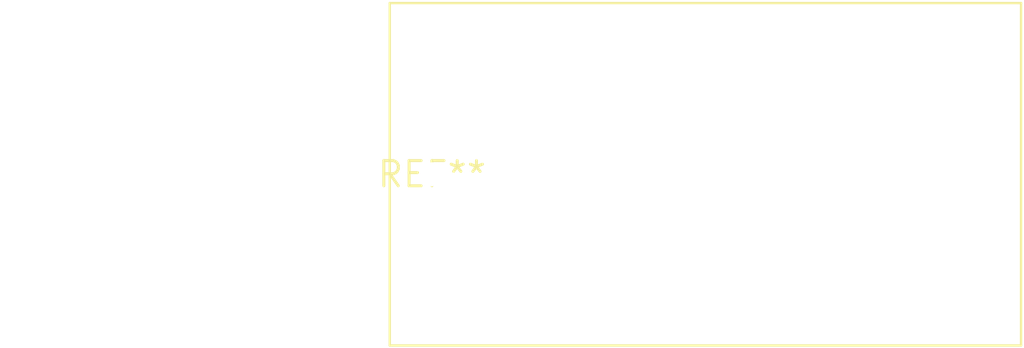
<source format=kicad_pcb>
(kicad_pcb (version 20240108) (generator pcbnew)
  (layers (0 "F.Cu" signal) (31 "B.Cu" signal) (34 "B.Paste" user) (35 "F.Paste" user) (36 "B.SilkS" user "B.Silkscreen") (37 "F.SilkS" user "F.Silkscreen") (38 "B.Mask" user) (39 "F.Mask" user) (44 "Edge.Cuts" user))
  (net 0 "")
  (footprint "C_Rect_L31.5mm_W17.0mm_P27.50mm_MKS4" (layer "F.Cu") (at 0 0)
    (property "Reference" "REF**")
    (property "Value" "C_Rect_L31.5mm_W17.0mm_P27.50mm_MKS4")
    (fp_line (start -2.12 -8.62) (end -2.12 8.62) (layer "F.SilkS") (stroke (width 0.12)))
    (fp_line (start -2.12 -8.62) (end 29.62 -8.62) (layer "F.SilkS") (stroke (width 0.12)))
    (fp_line (start -2.12 8.62) (end 29.62 8.62) (layer "F.SilkS") (stroke (width 0.12)))
    (fp_line (start 29.62 -8.62) (end 29.62 8.62) (layer "F.SilkS") (stroke (width 0.12)))
    (pad "1" thru_hole circle (at 0 0) (size 2.4 2.4) (drill 1.2) (layers *.Cu *.Mask) (remove_unused_layers))
    (pad "2" thru_hole circle (at 27.5 0) (size 2.4 2.4) (drill 1.2) (layers *.Cu *.Mask) (remove_unused_layers))
  )
)
</source>
